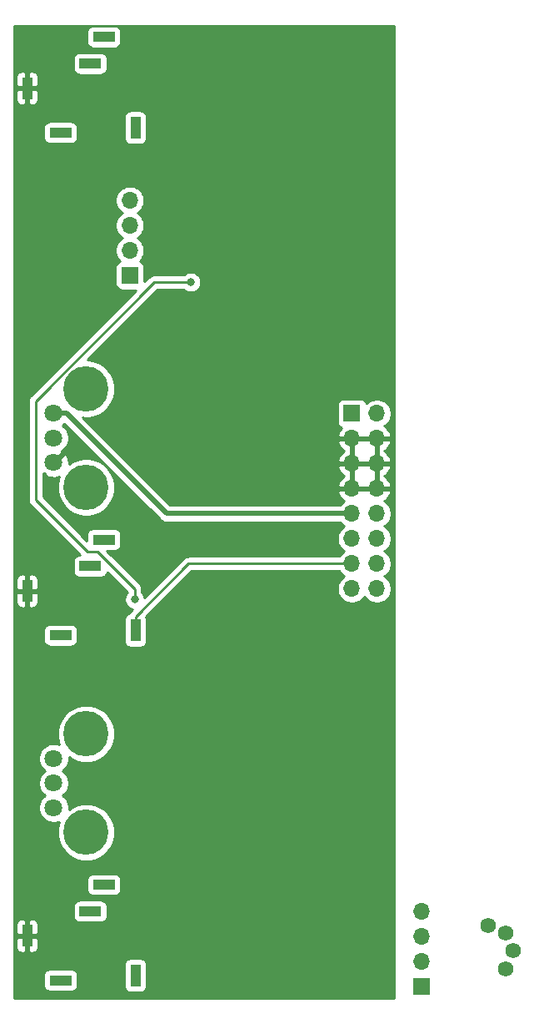
<source format=gbr>
G04 #@! TF.GenerationSoftware,KiCad,Pcbnew,(5.1.5)-3*
G04 #@! TF.CreationDate,2020-07-22T14:34:40-07:00*
G04 #@! TF.ProjectId,VCF,5643462e-6b69-4636-9164-5f7063625858,rev?*
G04 #@! TF.SameCoordinates,Original*
G04 #@! TF.FileFunction,Copper,L2,Bot*
G04 #@! TF.FilePolarity,Positive*
%FSLAX46Y46*%
G04 Gerber Fmt 4.6, Leading zero omitted, Abs format (unit mm)*
G04 Created by KiCad (PCBNEW (5.1.5)-3) date 2020-07-22 14:34:40*
%MOMM*%
%LPD*%
G04 APERTURE LIST*
%ADD10R,1.000000X2.200000*%
%ADD11R,2.200000X1.000000*%
%ADD12R,1.700000X1.700000*%
%ADD13O,1.700000X1.700000*%
%ADD14C,1.800000*%
%ADD15C,4.600000*%
%ADD16C,1.580000*%
%ADD17C,0.800000*%
%ADD18C,0.250000*%
%ADD19C,0.500000*%
%ADD20C,0.254000*%
G04 APERTURE END LIST*
D10*
X2000000Y-7000000D03*
D11*
X5400000Y-11500000D03*
D10*
X13000000Y-11000000D03*
D11*
X8400000Y-4500000D03*
X9800000Y-1800000D03*
X9800000Y-52800000D03*
X8400000Y-55500000D03*
D10*
X13000000Y-62000000D03*
D11*
X5400000Y-62500000D03*
D10*
X2000000Y-58000000D03*
D12*
X12440000Y-26000000D03*
D13*
X12440000Y-23460000D03*
X12440000Y-20920000D03*
X12440000Y-18380000D03*
X42080180Y-90543380D03*
X42080180Y-93083380D03*
X42080180Y-95623380D03*
D12*
X42080180Y-98163380D03*
D13*
X37540000Y-57780000D03*
X35000000Y-57780000D03*
X37540000Y-55240000D03*
X35000000Y-55240000D03*
X37540000Y-52700000D03*
X35000000Y-52700000D03*
X37540000Y-50160000D03*
X35000000Y-50160000D03*
X37540000Y-47620000D03*
X35000000Y-47620000D03*
X37540000Y-45080000D03*
X35000000Y-45080000D03*
X37540000Y-42540000D03*
X35000000Y-42540000D03*
X37540000Y-40000000D03*
D12*
X35000000Y-40000000D03*
D10*
X2000000Y-93000000D03*
D11*
X5400000Y-97500000D03*
D10*
X13000000Y-97000000D03*
D11*
X8400000Y-90500000D03*
X9800000Y-87800000D03*
D14*
X4700000Y-45000000D03*
X4700000Y-42500000D03*
X4700000Y-40000000D03*
D15*
X8000000Y-47500000D03*
X8000000Y-37500000D03*
X8000000Y-72500000D03*
X8000000Y-82500000D03*
D14*
X4700000Y-75000000D03*
X4700000Y-77500000D03*
X4700000Y-80000000D03*
D16*
X48877220Y-91983560D03*
X50673320Y-92727460D03*
X51417220Y-94523560D03*
X50673320Y-96319660D03*
D17*
X18500000Y-52000000D03*
X22000000Y-61000000D03*
X18000000Y-59000000D03*
X20000000Y-59000000D03*
X24000000Y-61000000D03*
X18500000Y-54000000D03*
X10000000Y-76000000D03*
X12000000Y-76000000D03*
X11000000Y-81000000D03*
X13000000Y-81000000D03*
X10000000Y-93000000D03*
X12000000Y-93000000D03*
X19000000Y-98000000D03*
X21000000Y-98000000D03*
X38000000Y-64000000D03*
X36000000Y-64000000D03*
X38000000Y-34000000D03*
X36000000Y-34000000D03*
X14000000Y-40000000D03*
X12000000Y-40000000D03*
X12500000Y-44500000D03*
X1500000Y-39000000D03*
X12915900Y-58851800D03*
X18641060Y-26680160D03*
D18*
X8133080Y-54048660D02*
X2849880Y-48765460D01*
X2849880Y-48765460D02*
X2849880Y-38765118D01*
X14934838Y-26680160D02*
X18075375Y-26680160D01*
X12915900Y-57830898D02*
X9133662Y-54048660D01*
X2849880Y-38765118D02*
X14934838Y-26680160D01*
X12915900Y-58851800D02*
X12915900Y-57830898D01*
X9133662Y-54048660D02*
X8133080Y-54048660D01*
X18075375Y-26680160D02*
X18641060Y-26680160D01*
X18410000Y-55240000D02*
X35000000Y-55240000D01*
X13000000Y-62000000D02*
X13000000Y-60650000D01*
X13000000Y-60650000D02*
X18410000Y-55240000D01*
D19*
X16132792Y-50160000D02*
X33797919Y-50160000D01*
X5972792Y-40000000D02*
X16132792Y-50160000D01*
X33797919Y-50160000D02*
X35000000Y-50160000D01*
X4700000Y-40000000D02*
X5972792Y-40000000D01*
D20*
G36*
X39245557Y-99340000D02*
G01*
X660000Y-99340000D01*
X660000Y-97000000D01*
X3661928Y-97000000D01*
X3661928Y-98000000D01*
X3674188Y-98124482D01*
X3710498Y-98244180D01*
X3769463Y-98354494D01*
X3848815Y-98451185D01*
X3945506Y-98530537D01*
X4055820Y-98589502D01*
X4175518Y-98625812D01*
X4300000Y-98638072D01*
X6500000Y-98638072D01*
X6624482Y-98625812D01*
X6744180Y-98589502D01*
X6854494Y-98530537D01*
X6951185Y-98451185D01*
X7030537Y-98354494D01*
X7089502Y-98244180D01*
X7125812Y-98124482D01*
X7138072Y-98000000D01*
X7138072Y-97000000D01*
X7125812Y-96875518D01*
X7089502Y-96755820D01*
X7030537Y-96645506D01*
X6951185Y-96548815D01*
X6854494Y-96469463D01*
X6744180Y-96410498D01*
X6624482Y-96374188D01*
X6500000Y-96361928D01*
X4300000Y-96361928D01*
X4175518Y-96374188D01*
X4055820Y-96410498D01*
X3945506Y-96469463D01*
X3848815Y-96548815D01*
X3769463Y-96645506D01*
X3710498Y-96755820D01*
X3674188Y-96875518D01*
X3661928Y-97000000D01*
X660000Y-97000000D01*
X660000Y-95900000D01*
X11861928Y-95900000D01*
X11861928Y-98100000D01*
X11874188Y-98224482D01*
X11910498Y-98344180D01*
X11969463Y-98454494D01*
X12048815Y-98551185D01*
X12145506Y-98630537D01*
X12255820Y-98689502D01*
X12375518Y-98725812D01*
X12500000Y-98738072D01*
X13500000Y-98738072D01*
X13624482Y-98725812D01*
X13744180Y-98689502D01*
X13854494Y-98630537D01*
X13951185Y-98551185D01*
X14030537Y-98454494D01*
X14089502Y-98344180D01*
X14125812Y-98224482D01*
X14138072Y-98100000D01*
X14138072Y-95900000D01*
X14125812Y-95775518D01*
X14089502Y-95655820D01*
X14030537Y-95545506D01*
X13951185Y-95448815D01*
X13854494Y-95369463D01*
X13744180Y-95310498D01*
X13624482Y-95274188D01*
X13500000Y-95261928D01*
X12500000Y-95261928D01*
X12375518Y-95274188D01*
X12255820Y-95310498D01*
X12145506Y-95369463D01*
X12048815Y-95448815D01*
X11969463Y-95545506D01*
X11910498Y-95655820D01*
X11874188Y-95775518D01*
X11861928Y-95900000D01*
X660000Y-95900000D01*
X660000Y-94100000D01*
X861928Y-94100000D01*
X874188Y-94224482D01*
X910498Y-94344180D01*
X969463Y-94454494D01*
X1048815Y-94551185D01*
X1145506Y-94630537D01*
X1255820Y-94689502D01*
X1375518Y-94725812D01*
X1500000Y-94738072D01*
X1714250Y-94735000D01*
X1873000Y-94576250D01*
X1873000Y-93127000D01*
X2127000Y-93127000D01*
X2127000Y-94576250D01*
X2285750Y-94735000D01*
X2500000Y-94738072D01*
X2624482Y-94725812D01*
X2744180Y-94689502D01*
X2854494Y-94630537D01*
X2951185Y-94551185D01*
X3030537Y-94454494D01*
X3089502Y-94344180D01*
X3125812Y-94224482D01*
X3138072Y-94100000D01*
X3135000Y-93285750D01*
X2976250Y-93127000D01*
X2127000Y-93127000D01*
X1873000Y-93127000D01*
X1023750Y-93127000D01*
X865000Y-93285750D01*
X861928Y-94100000D01*
X660000Y-94100000D01*
X660000Y-91900000D01*
X861928Y-91900000D01*
X865000Y-92714250D01*
X1023750Y-92873000D01*
X1873000Y-92873000D01*
X1873000Y-91423750D01*
X2127000Y-91423750D01*
X2127000Y-92873000D01*
X2976250Y-92873000D01*
X3135000Y-92714250D01*
X3138072Y-91900000D01*
X3125812Y-91775518D01*
X3089502Y-91655820D01*
X3030537Y-91545506D01*
X2951185Y-91448815D01*
X2854494Y-91369463D01*
X2744180Y-91310498D01*
X2624482Y-91274188D01*
X2500000Y-91261928D01*
X2285750Y-91265000D01*
X2127000Y-91423750D01*
X1873000Y-91423750D01*
X1714250Y-91265000D01*
X1500000Y-91261928D01*
X1375518Y-91274188D01*
X1255820Y-91310498D01*
X1145506Y-91369463D01*
X1048815Y-91448815D01*
X969463Y-91545506D01*
X910498Y-91655820D01*
X874188Y-91775518D01*
X861928Y-91900000D01*
X660000Y-91900000D01*
X660000Y-90000000D01*
X6661928Y-90000000D01*
X6661928Y-91000000D01*
X6674188Y-91124482D01*
X6710498Y-91244180D01*
X6769463Y-91354494D01*
X6848815Y-91451185D01*
X6945506Y-91530537D01*
X7055820Y-91589502D01*
X7175518Y-91625812D01*
X7300000Y-91638072D01*
X9500000Y-91638072D01*
X9624482Y-91625812D01*
X9744180Y-91589502D01*
X9854494Y-91530537D01*
X9951185Y-91451185D01*
X10030537Y-91354494D01*
X10089502Y-91244180D01*
X10125812Y-91124482D01*
X10138072Y-91000000D01*
X10138072Y-90000000D01*
X10125812Y-89875518D01*
X10089502Y-89755820D01*
X10030537Y-89645506D01*
X9951185Y-89548815D01*
X9854494Y-89469463D01*
X9744180Y-89410498D01*
X9624482Y-89374188D01*
X9500000Y-89361928D01*
X7300000Y-89361928D01*
X7175518Y-89374188D01*
X7055820Y-89410498D01*
X6945506Y-89469463D01*
X6848815Y-89548815D01*
X6769463Y-89645506D01*
X6710498Y-89755820D01*
X6674188Y-89875518D01*
X6661928Y-90000000D01*
X660000Y-90000000D01*
X660000Y-87300000D01*
X8061928Y-87300000D01*
X8061928Y-88300000D01*
X8074188Y-88424482D01*
X8110498Y-88544180D01*
X8169463Y-88654494D01*
X8248815Y-88751185D01*
X8345506Y-88830537D01*
X8455820Y-88889502D01*
X8575518Y-88925812D01*
X8700000Y-88938072D01*
X10900000Y-88938072D01*
X11024482Y-88925812D01*
X11144180Y-88889502D01*
X11254494Y-88830537D01*
X11351185Y-88751185D01*
X11430537Y-88654494D01*
X11489502Y-88544180D01*
X11525812Y-88424482D01*
X11538072Y-88300000D01*
X11538072Y-87300000D01*
X11525812Y-87175518D01*
X11489502Y-87055820D01*
X11430537Y-86945506D01*
X11351185Y-86848815D01*
X11254494Y-86769463D01*
X11144180Y-86710498D01*
X11024482Y-86674188D01*
X10900000Y-86661928D01*
X8700000Y-86661928D01*
X8575518Y-86674188D01*
X8455820Y-86710498D01*
X8345506Y-86769463D01*
X8248815Y-86848815D01*
X8169463Y-86945506D01*
X8110498Y-87055820D01*
X8074188Y-87175518D01*
X8061928Y-87300000D01*
X660000Y-87300000D01*
X660000Y-74848816D01*
X3165000Y-74848816D01*
X3165000Y-75151184D01*
X3223989Y-75447743D01*
X3339701Y-75727095D01*
X3507688Y-75978505D01*
X3721495Y-76192312D01*
X3807831Y-76250000D01*
X3721495Y-76307688D01*
X3507688Y-76521495D01*
X3339701Y-76772905D01*
X3223989Y-77052257D01*
X3165000Y-77348816D01*
X3165000Y-77651184D01*
X3223989Y-77947743D01*
X3339701Y-78227095D01*
X3507688Y-78478505D01*
X3721495Y-78692312D01*
X3807831Y-78750000D01*
X3721495Y-78807688D01*
X3507688Y-79021495D01*
X3339701Y-79272905D01*
X3223989Y-79552257D01*
X3165000Y-79848816D01*
X3165000Y-80151184D01*
X3223989Y-80447743D01*
X3339701Y-80727095D01*
X3507688Y-80978505D01*
X3721495Y-81192312D01*
X3972905Y-81360299D01*
X4252257Y-81476011D01*
X4548816Y-81535000D01*
X4851184Y-81535000D01*
X5147743Y-81476011D01*
X5267955Y-81426217D01*
X5177791Y-81643892D01*
X5065000Y-82210928D01*
X5065000Y-82789072D01*
X5177791Y-83356108D01*
X5399037Y-83890244D01*
X5720237Y-84370953D01*
X6129047Y-84779763D01*
X6609756Y-85100963D01*
X7143892Y-85322209D01*
X7710928Y-85435000D01*
X8289072Y-85435000D01*
X8856108Y-85322209D01*
X9390244Y-85100963D01*
X9870953Y-84779763D01*
X10279763Y-84370953D01*
X10600963Y-83890244D01*
X10822209Y-83356108D01*
X10935000Y-82789072D01*
X10935000Y-82210928D01*
X10822209Y-81643892D01*
X10600963Y-81109756D01*
X10279763Y-80629047D01*
X9870953Y-80220237D01*
X9390244Y-79899037D01*
X8856108Y-79677791D01*
X8289072Y-79565000D01*
X7710928Y-79565000D01*
X7143892Y-79677791D01*
X6609756Y-79899037D01*
X6235000Y-80149441D01*
X6235000Y-79848816D01*
X6176011Y-79552257D01*
X6060299Y-79272905D01*
X5892312Y-79021495D01*
X5678505Y-78807688D01*
X5592169Y-78750000D01*
X5678505Y-78692312D01*
X5892312Y-78478505D01*
X6060299Y-78227095D01*
X6176011Y-77947743D01*
X6235000Y-77651184D01*
X6235000Y-77348816D01*
X6176011Y-77052257D01*
X6060299Y-76772905D01*
X5892312Y-76521495D01*
X5678505Y-76307688D01*
X5592169Y-76250000D01*
X5678505Y-76192312D01*
X5892312Y-75978505D01*
X6060299Y-75727095D01*
X6176011Y-75447743D01*
X6235000Y-75151184D01*
X6235000Y-74850559D01*
X6609756Y-75100963D01*
X7143892Y-75322209D01*
X7710928Y-75435000D01*
X8289072Y-75435000D01*
X8856108Y-75322209D01*
X9390244Y-75100963D01*
X9870953Y-74779763D01*
X10279763Y-74370953D01*
X10600963Y-73890244D01*
X10822209Y-73356108D01*
X10935000Y-72789072D01*
X10935000Y-72210928D01*
X10822209Y-71643892D01*
X10600963Y-71109756D01*
X10279763Y-70629047D01*
X9870953Y-70220237D01*
X9390244Y-69899037D01*
X8856108Y-69677791D01*
X8289072Y-69565000D01*
X7710928Y-69565000D01*
X7143892Y-69677791D01*
X6609756Y-69899037D01*
X6129047Y-70220237D01*
X5720237Y-70629047D01*
X5399037Y-71109756D01*
X5177791Y-71643892D01*
X5065000Y-72210928D01*
X5065000Y-72789072D01*
X5177791Y-73356108D01*
X5267955Y-73573783D01*
X5147743Y-73523989D01*
X4851184Y-73465000D01*
X4548816Y-73465000D01*
X4252257Y-73523989D01*
X3972905Y-73639701D01*
X3721495Y-73807688D01*
X3507688Y-74021495D01*
X3339701Y-74272905D01*
X3223989Y-74552257D01*
X3165000Y-74848816D01*
X660000Y-74848816D01*
X660000Y-62000000D01*
X3661928Y-62000000D01*
X3661928Y-63000000D01*
X3674188Y-63124482D01*
X3710498Y-63244180D01*
X3769463Y-63354494D01*
X3848815Y-63451185D01*
X3945506Y-63530537D01*
X4055820Y-63589502D01*
X4175518Y-63625812D01*
X4300000Y-63638072D01*
X6500000Y-63638072D01*
X6624482Y-63625812D01*
X6744180Y-63589502D01*
X6854494Y-63530537D01*
X6951185Y-63451185D01*
X7030537Y-63354494D01*
X7089502Y-63244180D01*
X7125812Y-63124482D01*
X7138072Y-63000000D01*
X7138072Y-62000000D01*
X7125812Y-61875518D01*
X7089502Y-61755820D01*
X7030537Y-61645506D01*
X6951185Y-61548815D01*
X6854494Y-61469463D01*
X6744180Y-61410498D01*
X6624482Y-61374188D01*
X6500000Y-61361928D01*
X4300000Y-61361928D01*
X4175518Y-61374188D01*
X4055820Y-61410498D01*
X3945506Y-61469463D01*
X3848815Y-61548815D01*
X3769463Y-61645506D01*
X3710498Y-61755820D01*
X3674188Y-61875518D01*
X3661928Y-62000000D01*
X660000Y-62000000D01*
X660000Y-59100000D01*
X861928Y-59100000D01*
X874188Y-59224482D01*
X910498Y-59344180D01*
X969463Y-59454494D01*
X1048815Y-59551185D01*
X1145506Y-59630537D01*
X1255820Y-59689502D01*
X1375518Y-59725812D01*
X1500000Y-59738072D01*
X1714250Y-59735000D01*
X1873000Y-59576250D01*
X1873000Y-58127000D01*
X2127000Y-58127000D01*
X2127000Y-59576250D01*
X2285750Y-59735000D01*
X2500000Y-59738072D01*
X2624482Y-59725812D01*
X2744180Y-59689502D01*
X2854494Y-59630537D01*
X2951185Y-59551185D01*
X3030537Y-59454494D01*
X3089502Y-59344180D01*
X3125812Y-59224482D01*
X3138072Y-59100000D01*
X3135000Y-58285750D01*
X2976250Y-58127000D01*
X2127000Y-58127000D01*
X1873000Y-58127000D01*
X1023750Y-58127000D01*
X865000Y-58285750D01*
X861928Y-59100000D01*
X660000Y-59100000D01*
X660000Y-56900000D01*
X861928Y-56900000D01*
X865000Y-57714250D01*
X1023750Y-57873000D01*
X1873000Y-57873000D01*
X1873000Y-56423750D01*
X2127000Y-56423750D01*
X2127000Y-57873000D01*
X2976250Y-57873000D01*
X3135000Y-57714250D01*
X3138072Y-56900000D01*
X3125812Y-56775518D01*
X3089502Y-56655820D01*
X3030537Y-56545506D01*
X2951185Y-56448815D01*
X2854494Y-56369463D01*
X2744180Y-56310498D01*
X2624482Y-56274188D01*
X2500000Y-56261928D01*
X2285750Y-56265000D01*
X2127000Y-56423750D01*
X1873000Y-56423750D01*
X1714250Y-56265000D01*
X1500000Y-56261928D01*
X1375518Y-56274188D01*
X1255820Y-56310498D01*
X1145506Y-56369463D01*
X1048815Y-56448815D01*
X969463Y-56545506D01*
X910498Y-56655820D01*
X874188Y-56775518D01*
X861928Y-56900000D01*
X660000Y-56900000D01*
X660000Y-38765118D01*
X2086204Y-38765118D01*
X2089881Y-38802450D01*
X2089880Y-48728138D01*
X2086204Y-48765460D01*
X2089880Y-48802782D01*
X2089880Y-48802792D01*
X2100877Y-48914445D01*
X2115957Y-48964157D01*
X2144334Y-49057706D01*
X2214906Y-49189736D01*
X2234301Y-49213368D01*
X2309879Y-49305461D01*
X2338883Y-49329264D01*
X7371546Y-54361928D01*
X7300000Y-54361928D01*
X7175518Y-54374188D01*
X7055820Y-54410498D01*
X6945506Y-54469463D01*
X6848815Y-54548815D01*
X6769463Y-54645506D01*
X6710498Y-54755820D01*
X6674188Y-54875518D01*
X6661928Y-55000000D01*
X6661928Y-56000000D01*
X6674188Y-56124482D01*
X6710498Y-56244180D01*
X6769463Y-56354494D01*
X6848815Y-56451185D01*
X6945506Y-56530537D01*
X7055820Y-56589502D01*
X7175518Y-56625812D01*
X7300000Y-56638072D01*
X9500000Y-56638072D01*
X9624482Y-56625812D01*
X9744180Y-56589502D01*
X9854494Y-56530537D01*
X9951185Y-56451185D01*
X10030537Y-56354494D01*
X10089502Y-56244180D01*
X10125812Y-56124482D01*
X10126607Y-56116407D01*
X12155901Y-58145701D01*
X12155901Y-58148088D01*
X12111963Y-58192026D01*
X11998695Y-58361544D01*
X11920674Y-58549902D01*
X11880900Y-58749861D01*
X11880900Y-58953739D01*
X11920674Y-59153698D01*
X11998695Y-59342056D01*
X12111963Y-59511574D01*
X12256126Y-59655737D01*
X12425644Y-59769005D01*
X12614002Y-59847026D01*
X12709231Y-59865968D01*
X12488998Y-60086201D01*
X12460000Y-60109999D01*
X12436202Y-60138997D01*
X12436201Y-60138998D01*
X12365026Y-60225724D01*
X12332078Y-60287365D01*
X12255820Y-60310498D01*
X12145506Y-60369463D01*
X12048815Y-60448815D01*
X11969463Y-60545506D01*
X11910498Y-60655820D01*
X11874188Y-60775518D01*
X11861928Y-60900000D01*
X11861928Y-63100000D01*
X11874188Y-63224482D01*
X11910498Y-63344180D01*
X11969463Y-63454494D01*
X12048815Y-63551185D01*
X12145506Y-63630537D01*
X12255820Y-63689502D01*
X12375518Y-63725812D01*
X12500000Y-63738072D01*
X13500000Y-63738072D01*
X13624482Y-63725812D01*
X13744180Y-63689502D01*
X13854494Y-63630537D01*
X13951185Y-63551185D01*
X14030537Y-63454494D01*
X14089502Y-63344180D01*
X14125812Y-63224482D01*
X14138072Y-63100000D01*
X14138072Y-60900000D01*
X14125812Y-60775518D01*
X14089502Y-60655820D01*
X14082354Y-60642447D01*
X18724802Y-56000000D01*
X33721822Y-56000000D01*
X33846525Y-56186632D01*
X34053368Y-56393475D01*
X34227760Y-56510000D01*
X34053368Y-56626525D01*
X33846525Y-56833368D01*
X33684010Y-57076589D01*
X33572068Y-57346842D01*
X33515000Y-57633740D01*
X33515000Y-57926260D01*
X33572068Y-58213158D01*
X33684010Y-58483411D01*
X33846525Y-58726632D01*
X34053368Y-58933475D01*
X34296589Y-59095990D01*
X34566842Y-59207932D01*
X34853740Y-59265000D01*
X35146260Y-59265000D01*
X35433158Y-59207932D01*
X35703411Y-59095990D01*
X35946632Y-58933475D01*
X36153475Y-58726632D01*
X36270000Y-58552240D01*
X36386525Y-58726632D01*
X36593368Y-58933475D01*
X36836589Y-59095990D01*
X37106842Y-59207932D01*
X37393740Y-59265000D01*
X37686260Y-59265000D01*
X37973158Y-59207932D01*
X38243411Y-59095990D01*
X38486632Y-58933475D01*
X38693475Y-58726632D01*
X38855990Y-58483411D01*
X38967932Y-58213158D01*
X39025000Y-57926260D01*
X39025000Y-57633740D01*
X38967932Y-57346842D01*
X38855990Y-57076589D01*
X38693475Y-56833368D01*
X38486632Y-56626525D01*
X38312240Y-56510000D01*
X38486632Y-56393475D01*
X38693475Y-56186632D01*
X38855990Y-55943411D01*
X38967932Y-55673158D01*
X39025000Y-55386260D01*
X39025000Y-55093740D01*
X38967932Y-54806842D01*
X38855990Y-54536589D01*
X38693475Y-54293368D01*
X38486632Y-54086525D01*
X38312240Y-53970000D01*
X38486632Y-53853475D01*
X38693475Y-53646632D01*
X38855990Y-53403411D01*
X38967932Y-53133158D01*
X39025000Y-52846260D01*
X39025000Y-52553740D01*
X38967932Y-52266842D01*
X38855990Y-51996589D01*
X38693475Y-51753368D01*
X38486632Y-51546525D01*
X38312240Y-51430000D01*
X38486632Y-51313475D01*
X38693475Y-51106632D01*
X38855990Y-50863411D01*
X38967932Y-50593158D01*
X39025000Y-50306260D01*
X39025000Y-50013740D01*
X38967932Y-49726842D01*
X38855990Y-49456589D01*
X38693475Y-49213368D01*
X38486632Y-49006525D01*
X38304466Y-48884805D01*
X38421355Y-48815178D01*
X38637588Y-48620269D01*
X38811641Y-48386920D01*
X38936825Y-48124099D01*
X38981476Y-47976890D01*
X38860155Y-47747000D01*
X37667000Y-47747000D01*
X37667000Y-47767000D01*
X37413000Y-47767000D01*
X37413000Y-47747000D01*
X35127000Y-47747000D01*
X35127000Y-47767000D01*
X34873000Y-47767000D01*
X34873000Y-47747000D01*
X33679845Y-47747000D01*
X33558524Y-47976890D01*
X33603175Y-48124099D01*
X33728359Y-48386920D01*
X33902412Y-48620269D01*
X34118645Y-48815178D01*
X34235534Y-48884805D01*
X34053368Y-49006525D01*
X33846525Y-49213368D01*
X33805344Y-49275000D01*
X16499371Y-49275000D01*
X12661261Y-45436890D01*
X33558524Y-45436890D01*
X33603175Y-45584099D01*
X33728359Y-45846920D01*
X33902412Y-46080269D01*
X34118645Y-46275178D01*
X34244255Y-46350000D01*
X34118645Y-46424822D01*
X33902412Y-46619731D01*
X33728359Y-46853080D01*
X33603175Y-47115901D01*
X33558524Y-47263110D01*
X33679845Y-47493000D01*
X34873000Y-47493000D01*
X34873000Y-45207000D01*
X35127000Y-45207000D01*
X35127000Y-47493000D01*
X37413000Y-47493000D01*
X37413000Y-45207000D01*
X37667000Y-45207000D01*
X37667000Y-47493000D01*
X38860155Y-47493000D01*
X38981476Y-47263110D01*
X38936825Y-47115901D01*
X38811641Y-46853080D01*
X38637588Y-46619731D01*
X38421355Y-46424822D01*
X38295745Y-46350000D01*
X38421355Y-46275178D01*
X38637588Y-46080269D01*
X38811641Y-45846920D01*
X38936825Y-45584099D01*
X38981476Y-45436890D01*
X38860155Y-45207000D01*
X37667000Y-45207000D01*
X37413000Y-45207000D01*
X35127000Y-45207000D01*
X34873000Y-45207000D01*
X33679845Y-45207000D01*
X33558524Y-45436890D01*
X12661261Y-45436890D01*
X10121261Y-42896890D01*
X33558524Y-42896890D01*
X33603175Y-43044099D01*
X33728359Y-43306920D01*
X33902412Y-43540269D01*
X34118645Y-43735178D01*
X34244255Y-43810000D01*
X34118645Y-43884822D01*
X33902412Y-44079731D01*
X33728359Y-44313080D01*
X33603175Y-44575901D01*
X33558524Y-44723110D01*
X33679845Y-44953000D01*
X34873000Y-44953000D01*
X34873000Y-42667000D01*
X35127000Y-42667000D01*
X35127000Y-44953000D01*
X37413000Y-44953000D01*
X37413000Y-42667000D01*
X37667000Y-42667000D01*
X37667000Y-44953000D01*
X38860155Y-44953000D01*
X38981476Y-44723110D01*
X38936825Y-44575901D01*
X38811641Y-44313080D01*
X38637588Y-44079731D01*
X38421355Y-43884822D01*
X38295745Y-43810000D01*
X38421355Y-43735178D01*
X38637588Y-43540269D01*
X38811641Y-43306920D01*
X38936825Y-43044099D01*
X38981476Y-42896890D01*
X38860155Y-42667000D01*
X37667000Y-42667000D01*
X37413000Y-42667000D01*
X35127000Y-42667000D01*
X34873000Y-42667000D01*
X33679845Y-42667000D01*
X33558524Y-42896890D01*
X10121261Y-42896890D01*
X7646568Y-40422198D01*
X7710928Y-40435000D01*
X8289072Y-40435000D01*
X8856108Y-40322209D01*
X9390244Y-40100963D01*
X9870953Y-39779763D01*
X10279763Y-39370953D01*
X10427399Y-39150000D01*
X33511928Y-39150000D01*
X33511928Y-40850000D01*
X33524188Y-40974482D01*
X33560498Y-41094180D01*
X33619463Y-41204494D01*
X33698815Y-41301185D01*
X33795506Y-41380537D01*
X33905820Y-41439502D01*
X33986466Y-41463966D01*
X33902412Y-41539731D01*
X33728359Y-41773080D01*
X33603175Y-42035901D01*
X33558524Y-42183110D01*
X33679845Y-42413000D01*
X34873000Y-42413000D01*
X34873000Y-42393000D01*
X35127000Y-42393000D01*
X35127000Y-42413000D01*
X37413000Y-42413000D01*
X37413000Y-42393000D01*
X37667000Y-42393000D01*
X37667000Y-42413000D01*
X38860155Y-42413000D01*
X38981476Y-42183110D01*
X38936825Y-42035901D01*
X38811641Y-41773080D01*
X38637588Y-41539731D01*
X38421355Y-41344822D01*
X38304466Y-41275195D01*
X38486632Y-41153475D01*
X38693475Y-40946632D01*
X38855990Y-40703411D01*
X38967932Y-40433158D01*
X39025000Y-40146260D01*
X39025000Y-39853740D01*
X38967932Y-39566842D01*
X38855990Y-39296589D01*
X38693475Y-39053368D01*
X38486632Y-38846525D01*
X38243411Y-38684010D01*
X37973158Y-38572068D01*
X37686260Y-38515000D01*
X37393740Y-38515000D01*
X37106842Y-38572068D01*
X36836589Y-38684010D01*
X36593368Y-38846525D01*
X36461513Y-38978380D01*
X36439502Y-38905820D01*
X36380537Y-38795506D01*
X36301185Y-38698815D01*
X36204494Y-38619463D01*
X36094180Y-38560498D01*
X35974482Y-38524188D01*
X35850000Y-38511928D01*
X34150000Y-38511928D01*
X34025518Y-38524188D01*
X33905820Y-38560498D01*
X33795506Y-38619463D01*
X33698815Y-38698815D01*
X33619463Y-38795506D01*
X33560498Y-38905820D01*
X33524188Y-39025518D01*
X33511928Y-39150000D01*
X10427399Y-39150000D01*
X10600963Y-38890244D01*
X10822209Y-38356108D01*
X10935000Y-37789072D01*
X10935000Y-37210928D01*
X10822209Y-36643892D01*
X10600963Y-36109756D01*
X10279763Y-35629047D01*
X9870953Y-35220237D01*
X9390244Y-34899037D01*
X8856108Y-34677791D01*
X8289072Y-34565000D01*
X8124799Y-34565000D01*
X15249640Y-27440160D01*
X17937349Y-27440160D01*
X17981286Y-27484097D01*
X18150804Y-27597365D01*
X18339162Y-27675386D01*
X18539121Y-27715160D01*
X18742999Y-27715160D01*
X18942958Y-27675386D01*
X19131316Y-27597365D01*
X19300834Y-27484097D01*
X19444997Y-27339934D01*
X19558265Y-27170416D01*
X19636286Y-26982058D01*
X19676060Y-26782099D01*
X19676060Y-26578221D01*
X19636286Y-26378262D01*
X19558265Y-26189904D01*
X19444997Y-26020386D01*
X19300834Y-25876223D01*
X19131316Y-25762955D01*
X18942958Y-25684934D01*
X18742999Y-25645160D01*
X18539121Y-25645160D01*
X18339162Y-25684934D01*
X18150804Y-25762955D01*
X17981286Y-25876223D01*
X17937349Y-25920160D01*
X14972171Y-25920160D01*
X14934838Y-25916483D01*
X14897505Y-25920160D01*
X14785852Y-25931157D01*
X14642591Y-25974614D01*
X14510562Y-26045186D01*
X14394837Y-26140159D01*
X14371039Y-26169157D01*
X13928072Y-26612124D01*
X13928072Y-25150000D01*
X13915812Y-25025518D01*
X13879502Y-24905820D01*
X13820537Y-24795506D01*
X13741185Y-24698815D01*
X13644494Y-24619463D01*
X13534180Y-24560498D01*
X13461620Y-24538487D01*
X13593475Y-24406632D01*
X13755990Y-24163411D01*
X13867932Y-23893158D01*
X13925000Y-23606260D01*
X13925000Y-23313740D01*
X13867932Y-23026842D01*
X13755990Y-22756589D01*
X13593475Y-22513368D01*
X13386632Y-22306525D01*
X13212240Y-22190000D01*
X13386632Y-22073475D01*
X13593475Y-21866632D01*
X13755990Y-21623411D01*
X13867932Y-21353158D01*
X13925000Y-21066260D01*
X13925000Y-20773740D01*
X13867932Y-20486842D01*
X13755990Y-20216589D01*
X13593475Y-19973368D01*
X13386632Y-19766525D01*
X13212240Y-19650000D01*
X13386632Y-19533475D01*
X13593475Y-19326632D01*
X13755990Y-19083411D01*
X13867932Y-18813158D01*
X13925000Y-18526260D01*
X13925000Y-18233740D01*
X13867932Y-17946842D01*
X13755990Y-17676589D01*
X13593475Y-17433368D01*
X13386632Y-17226525D01*
X13143411Y-17064010D01*
X12873158Y-16952068D01*
X12586260Y-16895000D01*
X12293740Y-16895000D01*
X12006842Y-16952068D01*
X11736589Y-17064010D01*
X11493368Y-17226525D01*
X11286525Y-17433368D01*
X11124010Y-17676589D01*
X11012068Y-17946842D01*
X10955000Y-18233740D01*
X10955000Y-18526260D01*
X11012068Y-18813158D01*
X11124010Y-19083411D01*
X11286525Y-19326632D01*
X11493368Y-19533475D01*
X11667760Y-19650000D01*
X11493368Y-19766525D01*
X11286525Y-19973368D01*
X11124010Y-20216589D01*
X11012068Y-20486842D01*
X10955000Y-20773740D01*
X10955000Y-21066260D01*
X11012068Y-21353158D01*
X11124010Y-21623411D01*
X11286525Y-21866632D01*
X11493368Y-22073475D01*
X11667760Y-22190000D01*
X11493368Y-22306525D01*
X11286525Y-22513368D01*
X11124010Y-22756589D01*
X11012068Y-23026842D01*
X10955000Y-23313740D01*
X10955000Y-23606260D01*
X11012068Y-23893158D01*
X11124010Y-24163411D01*
X11286525Y-24406632D01*
X11418380Y-24538487D01*
X11345820Y-24560498D01*
X11235506Y-24619463D01*
X11138815Y-24698815D01*
X11059463Y-24795506D01*
X11000498Y-24905820D01*
X10964188Y-25025518D01*
X10951928Y-25150000D01*
X10951928Y-26850000D01*
X10964188Y-26974482D01*
X11000498Y-27094180D01*
X11059463Y-27204494D01*
X11138815Y-27301185D01*
X11235506Y-27380537D01*
X11345820Y-27439502D01*
X11465518Y-27475812D01*
X11590000Y-27488072D01*
X13052124Y-27488072D01*
X2338878Y-38201319D01*
X2309880Y-38225117D01*
X2286082Y-38254115D01*
X2286081Y-38254116D01*
X2214906Y-38340842D01*
X2144334Y-38472872D01*
X2100878Y-38616133D01*
X2086204Y-38765118D01*
X660000Y-38765118D01*
X660000Y-11000000D01*
X3661928Y-11000000D01*
X3661928Y-12000000D01*
X3674188Y-12124482D01*
X3710498Y-12244180D01*
X3769463Y-12354494D01*
X3848815Y-12451185D01*
X3945506Y-12530537D01*
X4055820Y-12589502D01*
X4175518Y-12625812D01*
X4300000Y-12638072D01*
X6500000Y-12638072D01*
X6624482Y-12625812D01*
X6744180Y-12589502D01*
X6854494Y-12530537D01*
X6951185Y-12451185D01*
X7030537Y-12354494D01*
X7089502Y-12244180D01*
X7125812Y-12124482D01*
X7138072Y-12000000D01*
X7138072Y-11000000D01*
X7125812Y-10875518D01*
X7089502Y-10755820D01*
X7030537Y-10645506D01*
X6951185Y-10548815D01*
X6854494Y-10469463D01*
X6744180Y-10410498D01*
X6624482Y-10374188D01*
X6500000Y-10361928D01*
X4300000Y-10361928D01*
X4175518Y-10374188D01*
X4055820Y-10410498D01*
X3945506Y-10469463D01*
X3848815Y-10548815D01*
X3769463Y-10645506D01*
X3710498Y-10755820D01*
X3674188Y-10875518D01*
X3661928Y-11000000D01*
X660000Y-11000000D01*
X660000Y-9900000D01*
X11861928Y-9900000D01*
X11861928Y-12100000D01*
X11874188Y-12224482D01*
X11910498Y-12344180D01*
X11969463Y-12454494D01*
X12048815Y-12551185D01*
X12145506Y-12630537D01*
X12255820Y-12689502D01*
X12375518Y-12725812D01*
X12500000Y-12738072D01*
X13500000Y-12738072D01*
X13624482Y-12725812D01*
X13744180Y-12689502D01*
X13854494Y-12630537D01*
X13951185Y-12551185D01*
X14030537Y-12454494D01*
X14089502Y-12344180D01*
X14125812Y-12224482D01*
X14138072Y-12100000D01*
X14138072Y-9900000D01*
X14125812Y-9775518D01*
X14089502Y-9655820D01*
X14030537Y-9545506D01*
X13951185Y-9448815D01*
X13854494Y-9369463D01*
X13744180Y-9310498D01*
X13624482Y-9274188D01*
X13500000Y-9261928D01*
X12500000Y-9261928D01*
X12375518Y-9274188D01*
X12255820Y-9310498D01*
X12145506Y-9369463D01*
X12048815Y-9448815D01*
X11969463Y-9545506D01*
X11910498Y-9655820D01*
X11874188Y-9775518D01*
X11861928Y-9900000D01*
X660000Y-9900000D01*
X660000Y-8100000D01*
X861928Y-8100000D01*
X874188Y-8224482D01*
X910498Y-8344180D01*
X969463Y-8454494D01*
X1048815Y-8551185D01*
X1145506Y-8630537D01*
X1255820Y-8689502D01*
X1375518Y-8725812D01*
X1500000Y-8738072D01*
X1714250Y-8735000D01*
X1873000Y-8576250D01*
X1873000Y-7127000D01*
X2127000Y-7127000D01*
X2127000Y-8576250D01*
X2285750Y-8735000D01*
X2500000Y-8738072D01*
X2624482Y-8725812D01*
X2744180Y-8689502D01*
X2854494Y-8630537D01*
X2951185Y-8551185D01*
X3030537Y-8454494D01*
X3089502Y-8344180D01*
X3125812Y-8224482D01*
X3138072Y-8100000D01*
X3135000Y-7285750D01*
X2976250Y-7127000D01*
X2127000Y-7127000D01*
X1873000Y-7127000D01*
X1023750Y-7127000D01*
X865000Y-7285750D01*
X861928Y-8100000D01*
X660000Y-8100000D01*
X660000Y-5900000D01*
X861928Y-5900000D01*
X865000Y-6714250D01*
X1023750Y-6873000D01*
X1873000Y-6873000D01*
X1873000Y-5423750D01*
X2127000Y-5423750D01*
X2127000Y-6873000D01*
X2976250Y-6873000D01*
X3135000Y-6714250D01*
X3138072Y-5900000D01*
X3125812Y-5775518D01*
X3089502Y-5655820D01*
X3030537Y-5545506D01*
X2951185Y-5448815D01*
X2854494Y-5369463D01*
X2744180Y-5310498D01*
X2624482Y-5274188D01*
X2500000Y-5261928D01*
X2285750Y-5265000D01*
X2127000Y-5423750D01*
X1873000Y-5423750D01*
X1714250Y-5265000D01*
X1500000Y-5261928D01*
X1375518Y-5274188D01*
X1255820Y-5310498D01*
X1145506Y-5369463D01*
X1048815Y-5448815D01*
X969463Y-5545506D01*
X910498Y-5655820D01*
X874188Y-5775518D01*
X861928Y-5900000D01*
X660000Y-5900000D01*
X660000Y-4000000D01*
X6661928Y-4000000D01*
X6661928Y-5000000D01*
X6674188Y-5124482D01*
X6710498Y-5244180D01*
X6769463Y-5354494D01*
X6848815Y-5451185D01*
X6945506Y-5530537D01*
X7055820Y-5589502D01*
X7175518Y-5625812D01*
X7300000Y-5638072D01*
X9500000Y-5638072D01*
X9624482Y-5625812D01*
X9744180Y-5589502D01*
X9854494Y-5530537D01*
X9951185Y-5451185D01*
X10030537Y-5354494D01*
X10089502Y-5244180D01*
X10125812Y-5124482D01*
X10138072Y-5000000D01*
X10138072Y-4000000D01*
X10125812Y-3875518D01*
X10089502Y-3755820D01*
X10030537Y-3645506D01*
X9951185Y-3548815D01*
X9854494Y-3469463D01*
X9744180Y-3410498D01*
X9624482Y-3374188D01*
X9500000Y-3361928D01*
X7300000Y-3361928D01*
X7175518Y-3374188D01*
X7055820Y-3410498D01*
X6945506Y-3469463D01*
X6848815Y-3548815D01*
X6769463Y-3645506D01*
X6710498Y-3755820D01*
X6674188Y-3875518D01*
X6661928Y-4000000D01*
X660000Y-4000000D01*
X660000Y-1300000D01*
X8061928Y-1300000D01*
X8061928Y-2300000D01*
X8074188Y-2424482D01*
X8110498Y-2544180D01*
X8169463Y-2654494D01*
X8248815Y-2751185D01*
X8345506Y-2830537D01*
X8455820Y-2889502D01*
X8575518Y-2925812D01*
X8700000Y-2938072D01*
X10900000Y-2938072D01*
X11024482Y-2925812D01*
X11144180Y-2889502D01*
X11254494Y-2830537D01*
X11351185Y-2751185D01*
X11430537Y-2654494D01*
X11489502Y-2544180D01*
X11525812Y-2424482D01*
X11538072Y-2300000D01*
X11538072Y-1300000D01*
X11525812Y-1175518D01*
X11489502Y-1055820D01*
X11430537Y-945506D01*
X11351185Y-848815D01*
X11254494Y-769463D01*
X11144180Y-710498D01*
X11024482Y-674188D01*
X10900000Y-661928D01*
X8700000Y-661928D01*
X8575518Y-674188D01*
X8455820Y-710498D01*
X8345506Y-769463D01*
X8248815Y-848815D01*
X8169463Y-945506D01*
X8110498Y-1055820D01*
X8074188Y-1175518D01*
X8061928Y-1300000D01*
X660000Y-1300000D01*
X660000Y-660000D01*
X39248063Y-660000D01*
X39245557Y-99340000D01*
G37*
X39245557Y-99340000D02*
X660000Y-99340000D01*
X660000Y-97000000D01*
X3661928Y-97000000D01*
X3661928Y-98000000D01*
X3674188Y-98124482D01*
X3710498Y-98244180D01*
X3769463Y-98354494D01*
X3848815Y-98451185D01*
X3945506Y-98530537D01*
X4055820Y-98589502D01*
X4175518Y-98625812D01*
X4300000Y-98638072D01*
X6500000Y-98638072D01*
X6624482Y-98625812D01*
X6744180Y-98589502D01*
X6854494Y-98530537D01*
X6951185Y-98451185D01*
X7030537Y-98354494D01*
X7089502Y-98244180D01*
X7125812Y-98124482D01*
X7138072Y-98000000D01*
X7138072Y-97000000D01*
X7125812Y-96875518D01*
X7089502Y-96755820D01*
X7030537Y-96645506D01*
X6951185Y-96548815D01*
X6854494Y-96469463D01*
X6744180Y-96410498D01*
X6624482Y-96374188D01*
X6500000Y-96361928D01*
X4300000Y-96361928D01*
X4175518Y-96374188D01*
X4055820Y-96410498D01*
X3945506Y-96469463D01*
X3848815Y-96548815D01*
X3769463Y-96645506D01*
X3710498Y-96755820D01*
X3674188Y-96875518D01*
X3661928Y-97000000D01*
X660000Y-97000000D01*
X660000Y-95900000D01*
X11861928Y-95900000D01*
X11861928Y-98100000D01*
X11874188Y-98224482D01*
X11910498Y-98344180D01*
X11969463Y-98454494D01*
X12048815Y-98551185D01*
X12145506Y-98630537D01*
X12255820Y-98689502D01*
X12375518Y-98725812D01*
X12500000Y-98738072D01*
X13500000Y-98738072D01*
X13624482Y-98725812D01*
X13744180Y-98689502D01*
X13854494Y-98630537D01*
X13951185Y-98551185D01*
X14030537Y-98454494D01*
X14089502Y-98344180D01*
X14125812Y-98224482D01*
X14138072Y-98100000D01*
X14138072Y-95900000D01*
X14125812Y-95775518D01*
X14089502Y-95655820D01*
X14030537Y-95545506D01*
X13951185Y-95448815D01*
X13854494Y-95369463D01*
X13744180Y-95310498D01*
X13624482Y-95274188D01*
X13500000Y-95261928D01*
X12500000Y-95261928D01*
X12375518Y-95274188D01*
X12255820Y-95310498D01*
X12145506Y-95369463D01*
X12048815Y-95448815D01*
X11969463Y-95545506D01*
X11910498Y-95655820D01*
X11874188Y-95775518D01*
X11861928Y-95900000D01*
X660000Y-95900000D01*
X660000Y-94100000D01*
X861928Y-94100000D01*
X874188Y-94224482D01*
X910498Y-94344180D01*
X969463Y-94454494D01*
X1048815Y-94551185D01*
X1145506Y-94630537D01*
X1255820Y-94689502D01*
X1375518Y-94725812D01*
X1500000Y-94738072D01*
X1714250Y-94735000D01*
X1873000Y-94576250D01*
X1873000Y-93127000D01*
X2127000Y-93127000D01*
X2127000Y-94576250D01*
X2285750Y-94735000D01*
X2500000Y-94738072D01*
X2624482Y-94725812D01*
X2744180Y-94689502D01*
X2854494Y-94630537D01*
X2951185Y-94551185D01*
X3030537Y-94454494D01*
X3089502Y-94344180D01*
X3125812Y-94224482D01*
X3138072Y-94100000D01*
X3135000Y-93285750D01*
X2976250Y-93127000D01*
X2127000Y-93127000D01*
X1873000Y-93127000D01*
X1023750Y-93127000D01*
X865000Y-93285750D01*
X861928Y-94100000D01*
X660000Y-94100000D01*
X660000Y-91900000D01*
X861928Y-91900000D01*
X865000Y-92714250D01*
X1023750Y-92873000D01*
X1873000Y-92873000D01*
X1873000Y-91423750D01*
X2127000Y-91423750D01*
X2127000Y-92873000D01*
X2976250Y-92873000D01*
X3135000Y-92714250D01*
X3138072Y-91900000D01*
X3125812Y-91775518D01*
X3089502Y-91655820D01*
X3030537Y-91545506D01*
X2951185Y-91448815D01*
X2854494Y-91369463D01*
X2744180Y-91310498D01*
X2624482Y-91274188D01*
X2500000Y-91261928D01*
X2285750Y-91265000D01*
X2127000Y-91423750D01*
X1873000Y-91423750D01*
X1714250Y-91265000D01*
X1500000Y-91261928D01*
X1375518Y-91274188D01*
X1255820Y-91310498D01*
X1145506Y-91369463D01*
X1048815Y-91448815D01*
X969463Y-91545506D01*
X910498Y-91655820D01*
X874188Y-91775518D01*
X861928Y-91900000D01*
X660000Y-91900000D01*
X660000Y-90000000D01*
X6661928Y-90000000D01*
X6661928Y-91000000D01*
X6674188Y-91124482D01*
X6710498Y-91244180D01*
X6769463Y-91354494D01*
X6848815Y-91451185D01*
X6945506Y-91530537D01*
X7055820Y-91589502D01*
X7175518Y-91625812D01*
X7300000Y-91638072D01*
X9500000Y-91638072D01*
X9624482Y-91625812D01*
X9744180Y-91589502D01*
X9854494Y-91530537D01*
X9951185Y-91451185D01*
X10030537Y-91354494D01*
X10089502Y-91244180D01*
X10125812Y-91124482D01*
X10138072Y-91000000D01*
X10138072Y-90000000D01*
X10125812Y-89875518D01*
X10089502Y-89755820D01*
X10030537Y-89645506D01*
X9951185Y-89548815D01*
X9854494Y-89469463D01*
X9744180Y-89410498D01*
X9624482Y-89374188D01*
X9500000Y-89361928D01*
X7300000Y-89361928D01*
X7175518Y-89374188D01*
X7055820Y-89410498D01*
X6945506Y-89469463D01*
X6848815Y-89548815D01*
X6769463Y-89645506D01*
X6710498Y-89755820D01*
X6674188Y-89875518D01*
X6661928Y-90000000D01*
X660000Y-90000000D01*
X660000Y-87300000D01*
X8061928Y-87300000D01*
X8061928Y-88300000D01*
X8074188Y-88424482D01*
X8110498Y-88544180D01*
X8169463Y-88654494D01*
X8248815Y-88751185D01*
X8345506Y-88830537D01*
X8455820Y-88889502D01*
X8575518Y-88925812D01*
X8700000Y-88938072D01*
X10900000Y-88938072D01*
X11024482Y-88925812D01*
X11144180Y-88889502D01*
X11254494Y-88830537D01*
X11351185Y-88751185D01*
X11430537Y-88654494D01*
X11489502Y-88544180D01*
X11525812Y-88424482D01*
X11538072Y-88300000D01*
X11538072Y-87300000D01*
X11525812Y-87175518D01*
X11489502Y-87055820D01*
X11430537Y-86945506D01*
X11351185Y-86848815D01*
X11254494Y-86769463D01*
X11144180Y-86710498D01*
X11024482Y-86674188D01*
X10900000Y-86661928D01*
X8700000Y-86661928D01*
X8575518Y-86674188D01*
X8455820Y-86710498D01*
X8345506Y-86769463D01*
X8248815Y-86848815D01*
X8169463Y-86945506D01*
X8110498Y-87055820D01*
X8074188Y-87175518D01*
X8061928Y-87300000D01*
X660000Y-87300000D01*
X660000Y-74848816D01*
X3165000Y-74848816D01*
X3165000Y-75151184D01*
X3223989Y-75447743D01*
X3339701Y-75727095D01*
X3507688Y-75978505D01*
X3721495Y-76192312D01*
X3807831Y-76250000D01*
X3721495Y-76307688D01*
X3507688Y-76521495D01*
X3339701Y-76772905D01*
X3223989Y-77052257D01*
X3165000Y-77348816D01*
X3165000Y-77651184D01*
X3223989Y-77947743D01*
X3339701Y-78227095D01*
X3507688Y-78478505D01*
X3721495Y-78692312D01*
X3807831Y-78750000D01*
X3721495Y-78807688D01*
X3507688Y-79021495D01*
X3339701Y-79272905D01*
X3223989Y-79552257D01*
X3165000Y-79848816D01*
X3165000Y-80151184D01*
X3223989Y-80447743D01*
X3339701Y-80727095D01*
X3507688Y-80978505D01*
X3721495Y-81192312D01*
X3972905Y-81360299D01*
X4252257Y-81476011D01*
X4548816Y-81535000D01*
X4851184Y-81535000D01*
X5147743Y-81476011D01*
X5267955Y-81426217D01*
X5177791Y-81643892D01*
X5065000Y-82210928D01*
X5065000Y-82789072D01*
X5177791Y-83356108D01*
X5399037Y-83890244D01*
X5720237Y-84370953D01*
X6129047Y-84779763D01*
X6609756Y-85100963D01*
X7143892Y-85322209D01*
X7710928Y-85435000D01*
X8289072Y-85435000D01*
X8856108Y-85322209D01*
X9390244Y-85100963D01*
X9870953Y-84779763D01*
X10279763Y-84370953D01*
X10600963Y-83890244D01*
X10822209Y-83356108D01*
X10935000Y-82789072D01*
X10935000Y-82210928D01*
X10822209Y-81643892D01*
X10600963Y-81109756D01*
X10279763Y-80629047D01*
X9870953Y-80220237D01*
X9390244Y-79899037D01*
X8856108Y-79677791D01*
X8289072Y-79565000D01*
X7710928Y-79565000D01*
X7143892Y-79677791D01*
X6609756Y-79899037D01*
X6235000Y-80149441D01*
X6235000Y-79848816D01*
X6176011Y-79552257D01*
X6060299Y-79272905D01*
X5892312Y-79021495D01*
X5678505Y-78807688D01*
X5592169Y-78750000D01*
X5678505Y-78692312D01*
X5892312Y-78478505D01*
X6060299Y-78227095D01*
X6176011Y-77947743D01*
X6235000Y-77651184D01*
X6235000Y-77348816D01*
X6176011Y-77052257D01*
X6060299Y-76772905D01*
X5892312Y-76521495D01*
X5678505Y-76307688D01*
X5592169Y-76250000D01*
X5678505Y-76192312D01*
X5892312Y-75978505D01*
X6060299Y-75727095D01*
X6176011Y-75447743D01*
X6235000Y-75151184D01*
X6235000Y-74850559D01*
X6609756Y-75100963D01*
X7143892Y-75322209D01*
X7710928Y-75435000D01*
X8289072Y-75435000D01*
X8856108Y-75322209D01*
X9390244Y-75100963D01*
X9870953Y-74779763D01*
X10279763Y-74370953D01*
X10600963Y-73890244D01*
X10822209Y-73356108D01*
X10935000Y-72789072D01*
X10935000Y-72210928D01*
X10822209Y-71643892D01*
X10600963Y-71109756D01*
X10279763Y-70629047D01*
X9870953Y-70220237D01*
X9390244Y-69899037D01*
X8856108Y-69677791D01*
X8289072Y-69565000D01*
X7710928Y-69565000D01*
X7143892Y-69677791D01*
X6609756Y-69899037D01*
X6129047Y-70220237D01*
X5720237Y-70629047D01*
X5399037Y-71109756D01*
X5177791Y-71643892D01*
X5065000Y-72210928D01*
X5065000Y-72789072D01*
X5177791Y-73356108D01*
X5267955Y-73573783D01*
X5147743Y-73523989D01*
X4851184Y-73465000D01*
X4548816Y-73465000D01*
X4252257Y-73523989D01*
X3972905Y-73639701D01*
X3721495Y-73807688D01*
X3507688Y-74021495D01*
X3339701Y-74272905D01*
X3223989Y-74552257D01*
X3165000Y-74848816D01*
X660000Y-74848816D01*
X660000Y-62000000D01*
X3661928Y-62000000D01*
X3661928Y-63000000D01*
X3674188Y-63124482D01*
X3710498Y-63244180D01*
X3769463Y-63354494D01*
X3848815Y-63451185D01*
X3945506Y-63530537D01*
X4055820Y-63589502D01*
X4175518Y-63625812D01*
X4300000Y-63638072D01*
X6500000Y-63638072D01*
X6624482Y-63625812D01*
X6744180Y-63589502D01*
X6854494Y-63530537D01*
X6951185Y-63451185D01*
X7030537Y-63354494D01*
X7089502Y-63244180D01*
X7125812Y-63124482D01*
X7138072Y-63000000D01*
X7138072Y-62000000D01*
X7125812Y-61875518D01*
X7089502Y-61755820D01*
X7030537Y-61645506D01*
X6951185Y-61548815D01*
X6854494Y-61469463D01*
X6744180Y-61410498D01*
X6624482Y-61374188D01*
X6500000Y-61361928D01*
X4300000Y-61361928D01*
X4175518Y-61374188D01*
X4055820Y-61410498D01*
X3945506Y-61469463D01*
X3848815Y-61548815D01*
X3769463Y-61645506D01*
X3710498Y-61755820D01*
X3674188Y-61875518D01*
X3661928Y-62000000D01*
X660000Y-62000000D01*
X660000Y-59100000D01*
X861928Y-59100000D01*
X874188Y-59224482D01*
X910498Y-59344180D01*
X969463Y-59454494D01*
X1048815Y-59551185D01*
X1145506Y-59630537D01*
X1255820Y-59689502D01*
X1375518Y-59725812D01*
X1500000Y-59738072D01*
X1714250Y-59735000D01*
X1873000Y-59576250D01*
X1873000Y-58127000D01*
X2127000Y-58127000D01*
X2127000Y-59576250D01*
X2285750Y-59735000D01*
X2500000Y-59738072D01*
X2624482Y-59725812D01*
X2744180Y-59689502D01*
X2854494Y-59630537D01*
X2951185Y-59551185D01*
X3030537Y-59454494D01*
X3089502Y-59344180D01*
X3125812Y-59224482D01*
X3138072Y-59100000D01*
X3135000Y-58285750D01*
X2976250Y-58127000D01*
X2127000Y-58127000D01*
X1873000Y-58127000D01*
X1023750Y-58127000D01*
X865000Y-58285750D01*
X861928Y-59100000D01*
X660000Y-59100000D01*
X660000Y-56900000D01*
X861928Y-56900000D01*
X865000Y-57714250D01*
X1023750Y-57873000D01*
X1873000Y-57873000D01*
X1873000Y-56423750D01*
X2127000Y-56423750D01*
X2127000Y-57873000D01*
X2976250Y-57873000D01*
X3135000Y-57714250D01*
X3138072Y-56900000D01*
X3125812Y-56775518D01*
X3089502Y-56655820D01*
X3030537Y-56545506D01*
X2951185Y-56448815D01*
X2854494Y-56369463D01*
X2744180Y-56310498D01*
X2624482Y-56274188D01*
X2500000Y-56261928D01*
X2285750Y-56265000D01*
X2127000Y-56423750D01*
X1873000Y-56423750D01*
X1714250Y-56265000D01*
X1500000Y-56261928D01*
X1375518Y-56274188D01*
X1255820Y-56310498D01*
X1145506Y-56369463D01*
X1048815Y-56448815D01*
X969463Y-56545506D01*
X910498Y-56655820D01*
X874188Y-56775518D01*
X861928Y-56900000D01*
X660000Y-56900000D01*
X660000Y-38765118D01*
X2086204Y-38765118D01*
X2089881Y-38802450D01*
X2089880Y-48728138D01*
X2086204Y-48765460D01*
X2089880Y-48802782D01*
X2089880Y-48802792D01*
X2100877Y-48914445D01*
X2115957Y-48964157D01*
X2144334Y-49057706D01*
X2214906Y-49189736D01*
X2234301Y-49213368D01*
X2309879Y-49305461D01*
X2338883Y-49329264D01*
X7371546Y-54361928D01*
X7300000Y-54361928D01*
X7175518Y-54374188D01*
X7055820Y-54410498D01*
X6945506Y-54469463D01*
X6848815Y-54548815D01*
X6769463Y-54645506D01*
X6710498Y-54755820D01*
X6674188Y-54875518D01*
X6661928Y-55000000D01*
X6661928Y-56000000D01*
X6674188Y-56124482D01*
X6710498Y-56244180D01*
X6769463Y-56354494D01*
X6848815Y-56451185D01*
X6945506Y-56530537D01*
X7055820Y-56589502D01*
X7175518Y-56625812D01*
X7300000Y-56638072D01*
X9500000Y-56638072D01*
X9624482Y-56625812D01*
X9744180Y-56589502D01*
X9854494Y-56530537D01*
X9951185Y-56451185D01*
X10030537Y-56354494D01*
X10089502Y-56244180D01*
X10125812Y-56124482D01*
X10126607Y-56116407D01*
X12155901Y-58145701D01*
X12155901Y-58148088D01*
X12111963Y-58192026D01*
X11998695Y-58361544D01*
X11920674Y-58549902D01*
X11880900Y-58749861D01*
X11880900Y-58953739D01*
X11920674Y-59153698D01*
X11998695Y-59342056D01*
X12111963Y-59511574D01*
X12256126Y-59655737D01*
X12425644Y-59769005D01*
X12614002Y-59847026D01*
X12709231Y-59865968D01*
X12488998Y-60086201D01*
X12460000Y-60109999D01*
X12436202Y-60138997D01*
X12436201Y-60138998D01*
X12365026Y-60225724D01*
X12332078Y-60287365D01*
X12255820Y-60310498D01*
X12145506Y-60369463D01*
X12048815Y-60448815D01*
X11969463Y-60545506D01*
X11910498Y-60655820D01*
X11874188Y-60775518D01*
X11861928Y-60900000D01*
X11861928Y-63100000D01*
X11874188Y-63224482D01*
X11910498Y-63344180D01*
X11969463Y-63454494D01*
X12048815Y-63551185D01*
X12145506Y-63630537D01*
X12255820Y-63689502D01*
X12375518Y-63725812D01*
X12500000Y-63738072D01*
X13500000Y-63738072D01*
X13624482Y-63725812D01*
X13744180Y-63689502D01*
X13854494Y-63630537D01*
X13951185Y-63551185D01*
X14030537Y-63454494D01*
X14089502Y-63344180D01*
X14125812Y-63224482D01*
X14138072Y-63100000D01*
X14138072Y-60900000D01*
X14125812Y-60775518D01*
X14089502Y-60655820D01*
X14082354Y-60642447D01*
X18724802Y-56000000D01*
X33721822Y-56000000D01*
X33846525Y-56186632D01*
X34053368Y-56393475D01*
X34227760Y-56510000D01*
X34053368Y-56626525D01*
X33846525Y-56833368D01*
X33684010Y-57076589D01*
X33572068Y-57346842D01*
X33515000Y-57633740D01*
X33515000Y-57926260D01*
X33572068Y-58213158D01*
X33684010Y-58483411D01*
X33846525Y-58726632D01*
X34053368Y-58933475D01*
X34296589Y-59095990D01*
X34566842Y-59207932D01*
X34853740Y-59265000D01*
X35146260Y-59265000D01*
X35433158Y-59207932D01*
X35703411Y-59095990D01*
X35946632Y-58933475D01*
X36153475Y-58726632D01*
X36270000Y-58552240D01*
X36386525Y-58726632D01*
X36593368Y-58933475D01*
X36836589Y-59095990D01*
X37106842Y-59207932D01*
X37393740Y-59265000D01*
X37686260Y-59265000D01*
X37973158Y-59207932D01*
X38243411Y-59095990D01*
X38486632Y-58933475D01*
X38693475Y-58726632D01*
X38855990Y-58483411D01*
X38967932Y-58213158D01*
X39025000Y-57926260D01*
X39025000Y-57633740D01*
X38967932Y-57346842D01*
X38855990Y-57076589D01*
X38693475Y-56833368D01*
X38486632Y-56626525D01*
X38312240Y-56510000D01*
X38486632Y-56393475D01*
X38693475Y-56186632D01*
X38855990Y-55943411D01*
X38967932Y-55673158D01*
X39025000Y-55386260D01*
X39025000Y-55093740D01*
X38967932Y-54806842D01*
X38855990Y-54536589D01*
X38693475Y-54293368D01*
X38486632Y-54086525D01*
X38312240Y-53970000D01*
X38486632Y-53853475D01*
X38693475Y-53646632D01*
X38855990Y-53403411D01*
X38967932Y-53133158D01*
X39025000Y-52846260D01*
X39025000Y-52553740D01*
X38967932Y-52266842D01*
X38855990Y-51996589D01*
X38693475Y-51753368D01*
X38486632Y-51546525D01*
X38312240Y-51430000D01*
X38486632Y-51313475D01*
X38693475Y-51106632D01*
X38855990Y-50863411D01*
X38967932Y-50593158D01*
X39025000Y-50306260D01*
X39025000Y-50013740D01*
X38967932Y-49726842D01*
X38855990Y-49456589D01*
X38693475Y-49213368D01*
X38486632Y-49006525D01*
X38304466Y-48884805D01*
X38421355Y-48815178D01*
X38637588Y-48620269D01*
X38811641Y-48386920D01*
X38936825Y-48124099D01*
X38981476Y-47976890D01*
X38860155Y-47747000D01*
X37667000Y-47747000D01*
X37667000Y-47767000D01*
X37413000Y-47767000D01*
X37413000Y-47747000D01*
X35127000Y-47747000D01*
X35127000Y-47767000D01*
X34873000Y-47767000D01*
X34873000Y-47747000D01*
X33679845Y-47747000D01*
X33558524Y-47976890D01*
X33603175Y-48124099D01*
X33728359Y-48386920D01*
X33902412Y-48620269D01*
X34118645Y-48815178D01*
X34235534Y-48884805D01*
X34053368Y-49006525D01*
X33846525Y-49213368D01*
X33805344Y-49275000D01*
X16499371Y-49275000D01*
X12661261Y-45436890D01*
X33558524Y-45436890D01*
X33603175Y-45584099D01*
X33728359Y-45846920D01*
X33902412Y-46080269D01*
X34118645Y-46275178D01*
X34244255Y-46350000D01*
X34118645Y-46424822D01*
X33902412Y-46619731D01*
X33728359Y-46853080D01*
X33603175Y-47115901D01*
X33558524Y-47263110D01*
X33679845Y-47493000D01*
X34873000Y-47493000D01*
X34873000Y-45207000D01*
X35127000Y-45207000D01*
X35127000Y-47493000D01*
X37413000Y-47493000D01*
X37413000Y-45207000D01*
X37667000Y-45207000D01*
X37667000Y-47493000D01*
X38860155Y-47493000D01*
X38981476Y-47263110D01*
X38936825Y-47115901D01*
X38811641Y-46853080D01*
X38637588Y-46619731D01*
X38421355Y-46424822D01*
X38295745Y-46350000D01*
X38421355Y-46275178D01*
X38637588Y-46080269D01*
X38811641Y-45846920D01*
X38936825Y-45584099D01*
X38981476Y-45436890D01*
X38860155Y-45207000D01*
X37667000Y-45207000D01*
X37413000Y-45207000D01*
X35127000Y-45207000D01*
X34873000Y-45207000D01*
X33679845Y-45207000D01*
X33558524Y-45436890D01*
X12661261Y-45436890D01*
X10121261Y-42896890D01*
X33558524Y-42896890D01*
X33603175Y-43044099D01*
X33728359Y-43306920D01*
X33902412Y-43540269D01*
X34118645Y-43735178D01*
X34244255Y-43810000D01*
X34118645Y-43884822D01*
X33902412Y-44079731D01*
X33728359Y-44313080D01*
X33603175Y-44575901D01*
X33558524Y-44723110D01*
X33679845Y-44953000D01*
X34873000Y-44953000D01*
X34873000Y-42667000D01*
X35127000Y-42667000D01*
X35127000Y-44953000D01*
X37413000Y-44953000D01*
X37413000Y-42667000D01*
X37667000Y-42667000D01*
X37667000Y-44953000D01*
X38860155Y-44953000D01*
X38981476Y-44723110D01*
X38936825Y-44575901D01*
X38811641Y-44313080D01*
X38637588Y-44079731D01*
X38421355Y-43884822D01*
X38295745Y-43810000D01*
X38421355Y-43735178D01*
X38637588Y-43540269D01*
X38811641Y-43306920D01*
X38936825Y-43044099D01*
X38981476Y-42896890D01*
X38860155Y-42667000D01*
X37667000Y-42667000D01*
X37413000Y-42667000D01*
X35127000Y-42667000D01*
X34873000Y-42667000D01*
X33679845Y-42667000D01*
X33558524Y-42896890D01*
X10121261Y-42896890D01*
X7646568Y-40422198D01*
X7710928Y-40435000D01*
X8289072Y-40435000D01*
X8856108Y-40322209D01*
X9390244Y-40100963D01*
X9870953Y-39779763D01*
X10279763Y-39370953D01*
X10427399Y-39150000D01*
X33511928Y-39150000D01*
X33511928Y-40850000D01*
X33524188Y-40974482D01*
X33560498Y-41094180D01*
X33619463Y-41204494D01*
X33698815Y-41301185D01*
X33795506Y-41380537D01*
X33905820Y-41439502D01*
X33986466Y-41463966D01*
X33902412Y-41539731D01*
X33728359Y-41773080D01*
X33603175Y-42035901D01*
X33558524Y-42183110D01*
X33679845Y-42413000D01*
X34873000Y-42413000D01*
X34873000Y-42393000D01*
X35127000Y-42393000D01*
X35127000Y-42413000D01*
X37413000Y-42413000D01*
X37413000Y-42393000D01*
X37667000Y-42393000D01*
X37667000Y-42413000D01*
X38860155Y-42413000D01*
X38981476Y-42183110D01*
X38936825Y-42035901D01*
X38811641Y-41773080D01*
X38637588Y-41539731D01*
X38421355Y-41344822D01*
X38304466Y-41275195D01*
X38486632Y-41153475D01*
X38693475Y-40946632D01*
X38855990Y-40703411D01*
X38967932Y-40433158D01*
X39025000Y-40146260D01*
X39025000Y-39853740D01*
X38967932Y-39566842D01*
X38855990Y-39296589D01*
X38693475Y-39053368D01*
X38486632Y-38846525D01*
X38243411Y-38684010D01*
X37973158Y-38572068D01*
X37686260Y-38515000D01*
X37393740Y-38515000D01*
X37106842Y-38572068D01*
X36836589Y-38684010D01*
X36593368Y-38846525D01*
X36461513Y-38978380D01*
X36439502Y-38905820D01*
X36380537Y-38795506D01*
X36301185Y-38698815D01*
X36204494Y-38619463D01*
X36094180Y-38560498D01*
X35974482Y-38524188D01*
X35850000Y-38511928D01*
X34150000Y-38511928D01*
X34025518Y-38524188D01*
X33905820Y-38560498D01*
X33795506Y-38619463D01*
X33698815Y-38698815D01*
X33619463Y-38795506D01*
X33560498Y-38905820D01*
X33524188Y-39025518D01*
X33511928Y-39150000D01*
X10427399Y-39150000D01*
X10600963Y-38890244D01*
X10822209Y-38356108D01*
X10935000Y-37789072D01*
X10935000Y-37210928D01*
X10822209Y-36643892D01*
X10600963Y-36109756D01*
X10279763Y-35629047D01*
X9870953Y-35220237D01*
X9390244Y-34899037D01*
X8856108Y-34677791D01*
X8289072Y-34565000D01*
X8124799Y-34565000D01*
X15249640Y-27440160D01*
X17937349Y-27440160D01*
X17981286Y-27484097D01*
X18150804Y-27597365D01*
X18339162Y-27675386D01*
X18539121Y-27715160D01*
X18742999Y-27715160D01*
X18942958Y-27675386D01*
X19131316Y-27597365D01*
X19300834Y-27484097D01*
X19444997Y-27339934D01*
X19558265Y-27170416D01*
X19636286Y-26982058D01*
X19676060Y-26782099D01*
X19676060Y-26578221D01*
X19636286Y-26378262D01*
X19558265Y-26189904D01*
X19444997Y-26020386D01*
X19300834Y-25876223D01*
X19131316Y-25762955D01*
X18942958Y-25684934D01*
X18742999Y-25645160D01*
X18539121Y-25645160D01*
X18339162Y-25684934D01*
X18150804Y-25762955D01*
X17981286Y-25876223D01*
X17937349Y-25920160D01*
X14972171Y-25920160D01*
X14934838Y-25916483D01*
X14897505Y-25920160D01*
X14785852Y-25931157D01*
X14642591Y-25974614D01*
X14510562Y-26045186D01*
X14394837Y-26140159D01*
X14371039Y-26169157D01*
X13928072Y-26612124D01*
X13928072Y-25150000D01*
X13915812Y-25025518D01*
X13879502Y-24905820D01*
X13820537Y-24795506D01*
X13741185Y-24698815D01*
X13644494Y-24619463D01*
X13534180Y-24560498D01*
X13461620Y-24538487D01*
X13593475Y-24406632D01*
X13755990Y-24163411D01*
X13867932Y-23893158D01*
X13925000Y-23606260D01*
X13925000Y-23313740D01*
X13867932Y-23026842D01*
X13755990Y-22756589D01*
X13593475Y-22513368D01*
X13386632Y-22306525D01*
X13212240Y-22190000D01*
X13386632Y-22073475D01*
X13593475Y-21866632D01*
X13755990Y-21623411D01*
X13867932Y-21353158D01*
X13925000Y-21066260D01*
X13925000Y-20773740D01*
X13867932Y-20486842D01*
X13755990Y-20216589D01*
X13593475Y-19973368D01*
X13386632Y-19766525D01*
X13212240Y-19650000D01*
X13386632Y-19533475D01*
X13593475Y-19326632D01*
X13755990Y-19083411D01*
X13867932Y-18813158D01*
X13925000Y-18526260D01*
X13925000Y-18233740D01*
X13867932Y-17946842D01*
X13755990Y-17676589D01*
X13593475Y-17433368D01*
X13386632Y-17226525D01*
X13143411Y-17064010D01*
X12873158Y-16952068D01*
X12586260Y-16895000D01*
X12293740Y-16895000D01*
X12006842Y-16952068D01*
X11736589Y-17064010D01*
X11493368Y-17226525D01*
X11286525Y-17433368D01*
X11124010Y-17676589D01*
X11012068Y-17946842D01*
X10955000Y-18233740D01*
X10955000Y-18526260D01*
X11012068Y-18813158D01*
X11124010Y-19083411D01*
X11286525Y-19326632D01*
X11493368Y-19533475D01*
X11667760Y-19650000D01*
X11493368Y-19766525D01*
X11286525Y-19973368D01*
X11124010Y-20216589D01*
X11012068Y-20486842D01*
X10955000Y-20773740D01*
X10955000Y-21066260D01*
X11012068Y-21353158D01*
X11124010Y-21623411D01*
X11286525Y-21866632D01*
X11493368Y-22073475D01*
X11667760Y-22190000D01*
X11493368Y-22306525D01*
X11286525Y-22513368D01*
X11124010Y-22756589D01*
X11012068Y-23026842D01*
X10955000Y-23313740D01*
X10955000Y-23606260D01*
X11012068Y-23893158D01*
X11124010Y-24163411D01*
X11286525Y-24406632D01*
X11418380Y-24538487D01*
X11345820Y-24560498D01*
X11235506Y-24619463D01*
X11138815Y-24698815D01*
X11059463Y-24795506D01*
X11000498Y-24905820D01*
X10964188Y-25025518D01*
X10951928Y-25150000D01*
X10951928Y-26850000D01*
X10964188Y-26974482D01*
X11000498Y-27094180D01*
X11059463Y-27204494D01*
X11138815Y-27301185D01*
X11235506Y-27380537D01*
X11345820Y-27439502D01*
X11465518Y-27475812D01*
X11590000Y-27488072D01*
X13052124Y-27488072D01*
X2338878Y-38201319D01*
X2309880Y-38225117D01*
X2286082Y-38254115D01*
X2286081Y-38254116D01*
X2214906Y-38340842D01*
X2144334Y-38472872D01*
X2100878Y-38616133D01*
X2086204Y-38765118D01*
X660000Y-38765118D01*
X660000Y-11000000D01*
X3661928Y-11000000D01*
X3661928Y-12000000D01*
X3674188Y-12124482D01*
X3710498Y-12244180D01*
X3769463Y-12354494D01*
X3848815Y-12451185D01*
X3945506Y-12530537D01*
X4055820Y-12589502D01*
X4175518Y-12625812D01*
X4300000Y-12638072D01*
X6500000Y-12638072D01*
X6624482Y-12625812D01*
X6744180Y-12589502D01*
X6854494Y-12530537D01*
X6951185Y-12451185D01*
X7030537Y-12354494D01*
X7089502Y-12244180D01*
X7125812Y-12124482D01*
X7138072Y-12000000D01*
X7138072Y-11000000D01*
X7125812Y-10875518D01*
X7089502Y-10755820D01*
X7030537Y-10645506D01*
X6951185Y-10548815D01*
X6854494Y-10469463D01*
X6744180Y-10410498D01*
X6624482Y-10374188D01*
X6500000Y-10361928D01*
X4300000Y-10361928D01*
X4175518Y-10374188D01*
X4055820Y-10410498D01*
X3945506Y-10469463D01*
X3848815Y-10548815D01*
X3769463Y-10645506D01*
X3710498Y-10755820D01*
X3674188Y-10875518D01*
X3661928Y-11000000D01*
X660000Y-11000000D01*
X660000Y-9900000D01*
X11861928Y-9900000D01*
X11861928Y-12100000D01*
X11874188Y-12224482D01*
X11910498Y-12344180D01*
X11969463Y-12454494D01*
X12048815Y-12551185D01*
X12145506Y-12630537D01*
X12255820Y-12689502D01*
X12375518Y-12725812D01*
X12500000Y-12738072D01*
X13500000Y-12738072D01*
X13624482Y-12725812D01*
X13744180Y-12689502D01*
X13854494Y-12630537D01*
X13951185Y-12551185D01*
X14030537Y-12454494D01*
X14089502Y-12344180D01*
X14125812Y-12224482D01*
X14138072Y-12100000D01*
X14138072Y-9900000D01*
X14125812Y-9775518D01*
X14089502Y-9655820D01*
X14030537Y-9545506D01*
X13951185Y-9448815D01*
X13854494Y-9369463D01*
X13744180Y-9310498D01*
X13624482Y-9274188D01*
X13500000Y-9261928D01*
X12500000Y-9261928D01*
X12375518Y-9274188D01*
X12255820Y-9310498D01*
X12145506Y-9369463D01*
X12048815Y-9448815D01*
X11969463Y-9545506D01*
X11910498Y-9655820D01*
X11874188Y-9775518D01*
X11861928Y-9900000D01*
X660000Y-9900000D01*
X660000Y-8100000D01*
X861928Y-8100000D01*
X874188Y-8224482D01*
X910498Y-8344180D01*
X969463Y-8454494D01*
X1048815Y-8551185D01*
X1145506Y-8630537D01*
X1255820Y-8689502D01*
X1375518Y-8725812D01*
X1500000Y-8738072D01*
X1714250Y-8735000D01*
X1873000Y-8576250D01*
X1873000Y-7127000D01*
X2127000Y-7127000D01*
X2127000Y-8576250D01*
X2285750Y-8735000D01*
X2500000Y-8738072D01*
X2624482Y-8725812D01*
X2744180Y-8689502D01*
X2854494Y-8630537D01*
X2951185Y-8551185D01*
X3030537Y-8454494D01*
X3089502Y-8344180D01*
X3125812Y-8224482D01*
X3138072Y-8100000D01*
X3135000Y-7285750D01*
X2976250Y-7127000D01*
X2127000Y-7127000D01*
X1873000Y-7127000D01*
X1023750Y-7127000D01*
X865000Y-7285750D01*
X861928Y-8100000D01*
X660000Y-8100000D01*
X660000Y-5900000D01*
X861928Y-5900000D01*
X865000Y-6714250D01*
X1023750Y-6873000D01*
X1873000Y-6873000D01*
X1873000Y-5423750D01*
X2127000Y-5423750D01*
X2127000Y-6873000D01*
X2976250Y-6873000D01*
X3135000Y-6714250D01*
X3138072Y-5900000D01*
X3125812Y-5775518D01*
X3089502Y-5655820D01*
X3030537Y-5545506D01*
X2951185Y-5448815D01*
X2854494Y-5369463D01*
X2744180Y-5310498D01*
X2624482Y-5274188D01*
X2500000Y-5261928D01*
X2285750Y-5265000D01*
X2127000Y-5423750D01*
X1873000Y-5423750D01*
X1714250Y-5265000D01*
X1500000Y-5261928D01*
X1375518Y-5274188D01*
X1255820Y-5310498D01*
X1145506Y-5369463D01*
X1048815Y-5448815D01*
X969463Y-5545506D01*
X910498Y-5655820D01*
X874188Y-5775518D01*
X861928Y-5900000D01*
X660000Y-5900000D01*
X660000Y-4000000D01*
X6661928Y-4000000D01*
X6661928Y-5000000D01*
X6674188Y-5124482D01*
X6710498Y-5244180D01*
X6769463Y-5354494D01*
X6848815Y-5451185D01*
X6945506Y-5530537D01*
X7055820Y-5589502D01*
X7175518Y-5625812D01*
X7300000Y-5638072D01*
X9500000Y-5638072D01*
X9624482Y-5625812D01*
X9744180Y-5589502D01*
X9854494Y-5530537D01*
X9951185Y-5451185D01*
X10030537Y-5354494D01*
X10089502Y-5244180D01*
X10125812Y-5124482D01*
X10138072Y-5000000D01*
X10138072Y-4000000D01*
X10125812Y-3875518D01*
X10089502Y-3755820D01*
X10030537Y-3645506D01*
X9951185Y-3548815D01*
X9854494Y-3469463D01*
X9744180Y-3410498D01*
X9624482Y-3374188D01*
X9500000Y-3361928D01*
X7300000Y-3361928D01*
X7175518Y-3374188D01*
X7055820Y-3410498D01*
X6945506Y-3469463D01*
X6848815Y-3548815D01*
X6769463Y-3645506D01*
X6710498Y-3755820D01*
X6674188Y-3875518D01*
X6661928Y-4000000D01*
X660000Y-4000000D01*
X660000Y-1300000D01*
X8061928Y-1300000D01*
X8061928Y-2300000D01*
X8074188Y-2424482D01*
X8110498Y-2544180D01*
X8169463Y-2654494D01*
X8248815Y-2751185D01*
X8345506Y-2830537D01*
X8455820Y-2889502D01*
X8575518Y-2925812D01*
X8700000Y-2938072D01*
X10900000Y-2938072D01*
X11024482Y-2925812D01*
X11144180Y-2889502D01*
X11254494Y-2830537D01*
X11351185Y-2751185D01*
X11430537Y-2654494D01*
X11489502Y-2544180D01*
X11525812Y-2424482D01*
X11538072Y-2300000D01*
X11538072Y-1300000D01*
X11525812Y-1175518D01*
X11489502Y-1055820D01*
X11430537Y-945506D01*
X11351185Y-848815D01*
X11254494Y-769463D01*
X11144180Y-710498D01*
X11024482Y-674188D01*
X10900000Y-661928D01*
X8700000Y-661928D01*
X8575518Y-674188D01*
X8455820Y-710498D01*
X8345506Y-769463D01*
X8248815Y-848815D01*
X8169463Y-945506D01*
X8110498Y-1055820D01*
X8074188Y-1175518D01*
X8061928Y-1300000D01*
X660000Y-1300000D01*
X660000Y-660000D01*
X39248063Y-660000D01*
X39245557Y-99340000D01*
G36*
X15476262Y-50755049D02*
G01*
X15503975Y-50788817D01*
X15537743Y-50816530D01*
X15537745Y-50816532D01*
X15594867Y-50863411D01*
X15638733Y-50899411D01*
X15792479Y-50981589D01*
X15959302Y-51032195D01*
X16089315Y-51045000D01*
X16089323Y-51045000D01*
X16132792Y-51049281D01*
X16176261Y-51045000D01*
X33805344Y-51045000D01*
X33846525Y-51106632D01*
X34053368Y-51313475D01*
X34227760Y-51430000D01*
X34053368Y-51546525D01*
X33846525Y-51753368D01*
X33684010Y-51996589D01*
X33572068Y-52266842D01*
X33515000Y-52553740D01*
X33515000Y-52846260D01*
X33572068Y-53133158D01*
X33684010Y-53403411D01*
X33846525Y-53646632D01*
X34053368Y-53853475D01*
X34227760Y-53970000D01*
X34053368Y-54086525D01*
X33846525Y-54293368D01*
X33721822Y-54480000D01*
X18447322Y-54480000D01*
X18409999Y-54476324D01*
X18372676Y-54480000D01*
X18372667Y-54480000D01*
X18261014Y-54490997D01*
X18117753Y-54534454D01*
X17985724Y-54605026D01*
X17869999Y-54699999D01*
X17846201Y-54728997D01*
X13930068Y-58645131D01*
X13911126Y-58549902D01*
X13833105Y-58361544D01*
X13719837Y-58192026D01*
X13675900Y-58148089D01*
X13675900Y-57868220D01*
X13679576Y-57830897D01*
X13675900Y-57793574D01*
X13675900Y-57793565D01*
X13664903Y-57681912D01*
X13621446Y-57538651D01*
X13550874Y-57406622D01*
X13455901Y-57290897D01*
X13426903Y-57267099D01*
X10097875Y-53938072D01*
X10900000Y-53938072D01*
X11024482Y-53925812D01*
X11144180Y-53889502D01*
X11254494Y-53830537D01*
X11351185Y-53751185D01*
X11430537Y-53654494D01*
X11489502Y-53544180D01*
X11525812Y-53424482D01*
X11538072Y-53300000D01*
X11538072Y-52300000D01*
X11525812Y-52175518D01*
X11489502Y-52055820D01*
X11430537Y-51945506D01*
X11351185Y-51848815D01*
X11254494Y-51769463D01*
X11144180Y-51710498D01*
X11024482Y-51674188D01*
X10900000Y-51661928D01*
X8700000Y-51661928D01*
X8575518Y-51674188D01*
X8455820Y-51710498D01*
X8345506Y-51769463D01*
X8248815Y-51848815D01*
X8169463Y-51945506D01*
X8110498Y-52055820D01*
X8074188Y-52175518D01*
X8061928Y-52300000D01*
X8061928Y-52902706D01*
X3609880Y-48450659D01*
X3609880Y-46090332D01*
X3699578Y-46180030D01*
X3815526Y-46064082D01*
X3899208Y-46318261D01*
X4171775Y-46449158D01*
X4464642Y-46524365D01*
X4766553Y-46540991D01*
X5065907Y-46498397D01*
X5267356Y-46427662D01*
X5177791Y-46643892D01*
X5065000Y-47210928D01*
X5065000Y-47789072D01*
X5177791Y-48356108D01*
X5399037Y-48890244D01*
X5720237Y-49370953D01*
X6129047Y-49779763D01*
X6609756Y-50100963D01*
X7143892Y-50322209D01*
X7710928Y-50435000D01*
X8289072Y-50435000D01*
X8856108Y-50322209D01*
X9390244Y-50100963D01*
X9870953Y-49779763D01*
X10279763Y-49370953D01*
X10600963Y-48890244D01*
X10822209Y-48356108D01*
X10935000Y-47789072D01*
X10935000Y-47210928D01*
X10822209Y-46643892D01*
X10600963Y-46109756D01*
X10279763Y-45629047D01*
X9870953Y-45220237D01*
X9390244Y-44899037D01*
X8856108Y-44677791D01*
X8289072Y-44565000D01*
X7710928Y-44565000D01*
X7143892Y-44677791D01*
X6609756Y-44899037D01*
X6228871Y-45153537D01*
X6240991Y-44933447D01*
X6198397Y-44634093D01*
X6098222Y-44348801D01*
X6018261Y-44199208D01*
X5764080Y-44115525D01*
X4879605Y-45000000D01*
X4893748Y-45014143D01*
X4714143Y-45193748D01*
X4700000Y-45179605D01*
X4685858Y-45193748D01*
X4506253Y-45014143D01*
X4520395Y-45000000D01*
X4506253Y-44985858D01*
X4685858Y-44806253D01*
X4700000Y-44820395D01*
X5584475Y-43935920D01*
X5535690Y-43787738D01*
X5678505Y-43692312D01*
X5892312Y-43478505D01*
X6060299Y-43227095D01*
X6176011Y-42947743D01*
X6235000Y-42651184D01*
X6235000Y-42348816D01*
X6176011Y-42052257D01*
X6060299Y-41772905D01*
X5892312Y-41521495D01*
X5678505Y-41307688D01*
X5592169Y-41250000D01*
X5678505Y-41192312D01*
X5796015Y-41074802D01*
X15476262Y-50755049D01*
G37*
X15476262Y-50755049D02*
X15503975Y-50788817D01*
X15537743Y-50816530D01*
X15537745Y-50816532D01*
X15594867Y-50863411D01*
X15638733Y-50899411D01*
X15792479Y-50981589D01*
X15959302Y-51032195D01*
X16089315Y-51045000D01*
X16089323Y-51045000D01*
X16132792Y-51049281D01*
X16176261Y-51045000D01*
X33805344Y-51045000D01*
X33846525Y-51106632D01*
X34053368Y-51313475D01*
X34227760Y-51430000D01*
X34053368Y-51546525D01*
X33846525Y-51753368D01*
X33684010Y-51996589D01*
X33572068Y-52266842D01*
X33515000Y-52553740D01*
X33515000Y-52846260D01*
X33572068Y-53133158D01*
X33684010Y-53403411D01*
X33846525Y-53646632D01*
X34053368Y-53853475D01*
X34227760Y-53970000D01*
X34053368Y-54086525D01*
X33846525Y-54293368D01*
X33721822Y-54480000D01*
X18447322Y-54480000D01*
X18409999Y-54476324D01*
X18372676Y-54480000D01*
X18372667Y-54480000D01*
X18261014Y-54490997D01*
X18117753Y-54534454D01*
X17985724Y-54605026D01*
X17869999Y-54699999D01*
X17846201Y-54728997D01*
X13930068Y-58645131D01*
X13911126Y-58549902D01*
X13833105Y-58361544D01*
X13719837Y-58192026D01*
X13675900Y-58148089D01*
X13675900Y-57868220D01*
X13679576Y-57830897D01*
X13675900Y-57793574D01*
X13675900Y-57793565D01*
X13664903Y-57681912D01*
X13621446Y-57538651D01*
X13550874Y-57406622D01*
X13455901Y-57290897D01*
X13426903Y-57267099D01*
X10097875Y-53938072D01*
X10900000Y-53938072D01*
X11024482Y-53925812D01*
X11144180Y-53889502D01*
X11254494Y-53830537D01*
X11351185Y-53751185D01*
X11430537Y-53654494D01*
X11489502Y-53544180D01*
X11525812Y-53424482D01*
X11538072Y-53300000D01*
X11538072Y-52300000D01*
X11525812Y-52175518D01*
X11489502Y-52055820D01*
X11430537Y-51945506D01*
X11351185Y-51848815D01*
X11254494Y-51769463D01*
X11144180Y-51710498D01*
X11024482Y-51674188D01*
X10900000Y-51661928D01*
X8700000Y-51661928D01*
X8575518Y-51674188D01*
X8455820Y-51710498D01*
X8345506Y-51769463D01*
X8248815Y-51848815D01*
X8169463Y-51945506D01*
X8110498Y-52055820D01*
X8074188Y-52175518D01*
X8061928Y-52300000D01*
X8061928Y-52902706D01*
X3609880Y-48450659D01*
X3609880Y-46090332D01*
X3699578Y-46180030D01*
X3815526Y-46064082D01*
X3899208Y-46318261D01*
X4171775Y-46449158D01*
X4464642Y-46524365D01*
X4766553Y-46540991D01*
X5065907Y-46498397D01*
X5267356Y-46427662D01*
X5177791Y-46643892D01*
X5065000Y-47210928D01*
X5065000Y-47789072D01*
X5177791Y-48356108D01*
X5399037Y-48890244D01*
X5720237Y-49370953D01*
X6129047Y-49779763D01*
X6609756Y-50100963D01*
X7143892Y-50322209D01*
X7710928Y-50435000D01*
X8289072Y-50435000D01*
X8856108Y-50322209D01*
X9390244Y-50100963D01*
X9870953Y-49779763D01*
X10279763Y-49370953D01*
X10600963Y-48890244D01*
X10822209Y-48356108D01*
X10935000Y-47789072D01*
X10935000Y-47210928D01*
X10822209Y-46643892D01*
X10600963Y-46109756D01*
X10279763Y-45629047D01*
X9870953Y-45220237D01*
X9390244Y-44899037D01*
X8856108Y-44677791D01*
X8289072Y-44565000D01*
X7710928Y-44565000D01*
X7143892Y-44677791D01*
X6609756Y-44899037D01*
X6228871Y-45153537D01*
X6240991Y-44933447D01*
X6198397Y-44634093D01*
X6098222Y-44348801D01*
X6018261Y-44199208D01*
X5764080Y-44115525D01*
X4879605Y-45000000D01*
X4893748Y-45014143D01*
X4714143Y-45193748D01*
X4700000Y-45179605D01*
X4685858Y-45193748D01*
X4506253Y-45014143D01*
X4520395Y-45000000D01*
X4506253Y-44985858D01*
X4685858Y-44806253D01*
X4700000Y-44820395D01*
X5584475Y-43935920D01*
X5535690Y-43787738D01*
X5678505Y-43692312D01*
X5892312Y-43478505D01*
X6060299Y-43227095D01*
X6176011Y-42947743D01*
X6235000Y-42651184D01*
X6235000Y-42348816D01*
X6176011Y-42052257D01*
X6060299Y-41772905D01*
X5892312Y-41521495D01*
X5678505Y-41307688D01*
X5592169Y-41250000D01*
X5678505Y-41192312D01*
X5796015Y-41074802D01*
X15476262Y-50755049D01*
M02*

</source>
